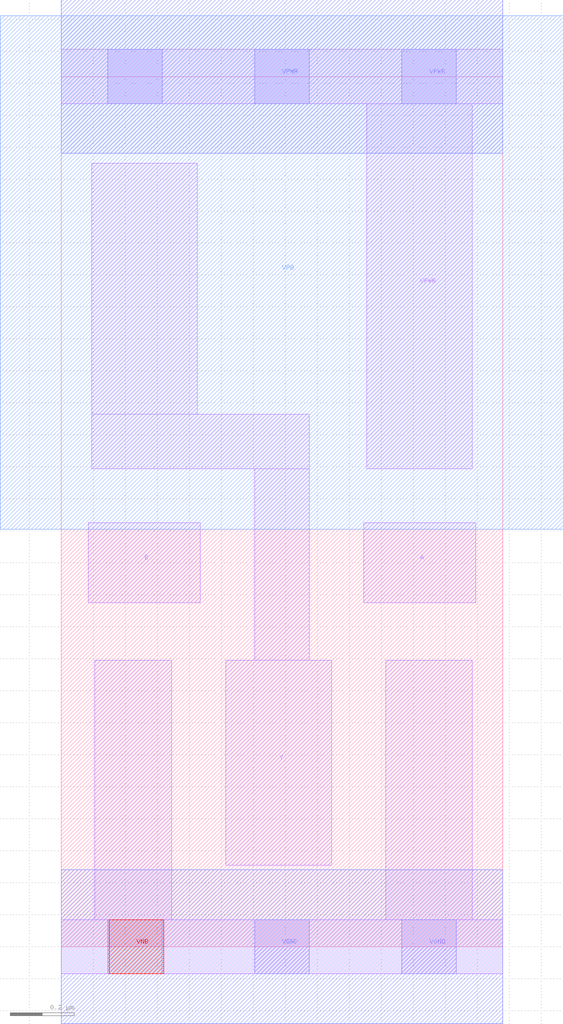
<source format=lef>
MACRO sky130_fd_sc_hd__nor2_1
  CLASS BLOCK ;
  FOREIGN sky130_fd_sc_hd__nor2_1 ;
  ORIGIN 0.000 0.000 ;
  SIZE 1.380 BY 2.720 ;
  PIN B
    ANTENNAGATEAREA 0.247500 ;
    PORT
      LAYER li1 ;
        RECT 0.085 1.075 0.435 1.325 ;
    END
  END B
  PIN Y
    ANTENNADIFFAREA 0.435500 ;
    PORT
      LAYER li1 ;
        RECT 0.095 1.665 0.425 2.450 ;
        RECT 0.095 1.495 0.775 1.665 ;
        RECT 0.605 0.895 0.775 1.495 ;
        RECT 0.515 0.255 0.845 0.895 ;
    END
  END Y
  PIN A
    ANTENNAGATEAREA 0.247500 ;
    PORT
      LAYER li1 ;
        RECT 0.945 1.075 1.295 1.325 ;
    END
  END A
  PIN VPB
    PORT
      LAYER nwell ;
        RECT -0.190 1.305 1.570 2.910 ;
    END
  END VPB
  PIN VNB
    PORT
      LAYER pwell ;
        RECT 0.150 -0.085 0.320 0.085 ;
    END
  END VNB
  PIN VGND
    USE GROUND ;
    PORT
      LAYER li1 ;
        RECT 0.105 0.085 0.345 0.895 ;
        RECT 1.015 0.085 1.285 0.895 ;
        RECT 0.000 -0.085 1.380 0.085 ;
      LAYER mcon ;
        RECT 0.145 -0.085 0.315 0.085 ;
        RECT 0.605 -0.085 0.775 0.085 ;
        RECT 1.065 -0.085 1.235 0.085 ;
      LAYER met1 ;
        RECT 0.000 -0.240 1.380 0.240 ;
    END
  END VGND
  PIN VPWR
    USE POWER ;
    PORT
      LAYER li1 ;
        RECT 0.000 2.635 1.380 2.805 ;
        RECT 0.955 1.495 1.285 2.635 ;
      LAYER mcon ;
        RECT 0.145 2.635 0.315 2.805 ;
        RECT 0.605 2.635 0.775 2.805 ;
        RECT 1.065 2.635 1.235 2.805 ;
      LAYER met1 ;
        RECT 0.000 2.480 1.380 2.960 ;
    END
  END VPWR
END sky130_fd_sc_hd__nor2_1
END LIBRARY


</source>
